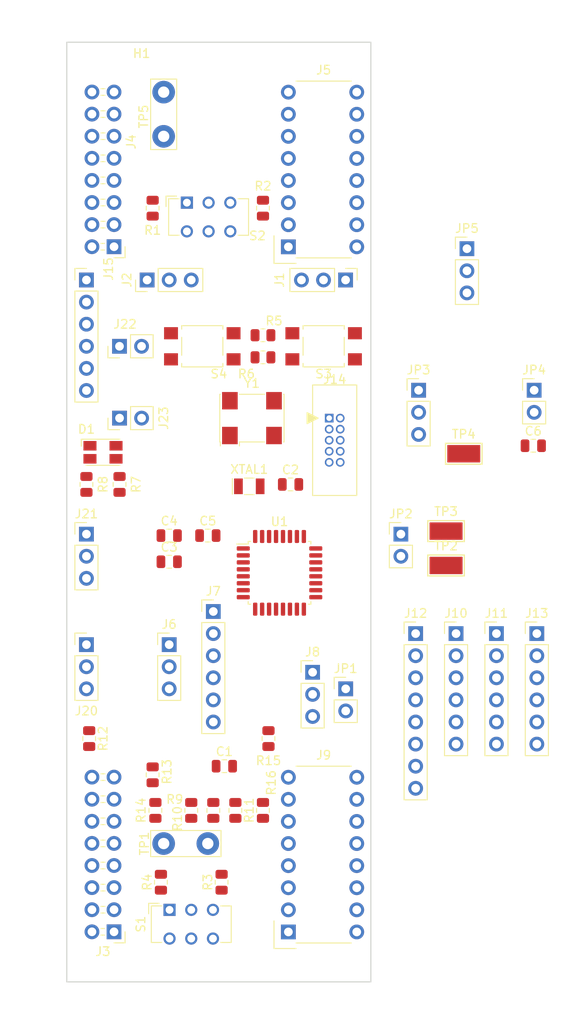
<source format=kicad_pcb>
(kicad_pcb (version 20211014) (generator pcbnew)
  (title_block (title "cbEval ATtiny412 & ATtiny1614") (rev "1.0.0"))
  (layers (0 "F.Cu" signal) (1 "In1.Cu" signal) (2 "In2.Cu" signal) (31 "B.Cu" signal) (34 "B.Paste" user) (35 "F.Paste" user) (36 "B.SilkS" user "B.Silkscreen") (37 "F.SilkS" user "F.Silkscreen") (38 "B.Mask" user) (39 "F.Mask" user) (44 "Edge.Cuts" user))
  (property "TITLE" "cbEval ATtiny")
  (property "VERSION" "V1.1.0")
  (net 0 "")
  (net 1 "VCC")
  (net 2 "GND")
  (net 3 "+5V")
  (net 4 "+3V3")
  (net 5 "+VDC")
  (net 6 "Net-(C1-Pad1)")
  (net 9 "-15V")
  (net 10 "+15V")
  (net 11 "Net-(JP1-Pad2)")
  (net 12 "Net-(R4-Pad1)")
  (net 13 "Net-(R9-Pad1)")
  (net 14 "Net-(R11-Pad2)")
  (net 15 "Net-(R12-Pad2)")
  (net 19 "Net-(D1-Pad4)")
  (net 20 "Net-(D1-Pad3)")
  (net 21 "Net-(J20-Pad1)")
  (net 22 "Net-(D1-Pad2)")
  (net 23 "Net-(D1-Pad1)")
  (net 24 "Net-(J21-Pad1)")
  (net 25 "Net-(J22-Pad1)")
  (net 26 "Net-(J22-Pad2)")
  (net 27 "/Busses/CAN-H")
  (net 28 "/Busses/CAN-L")
  (net 29 "/Busses/SPI-ADR0")
  (net 30 "/Busses/SPI-ADR1")
  (net 31 "/Busses/SPI-ADR2")
  (net 32 "/Busses/Reserved0")
  (net 33 "/Busses/Reserved1")
  (net 34 "/Busses/SPI-MTSR")
  (net 35 "/Busses/SPI-MRST")
  (net 36 "/Busses/SPI-CLK")
  (net 37 "/Busses/SPI-~{CE}")
  (net 38 "/Busses/One-Wire")
  (net 39 "/Busses/~{RESET}")
  (net 40 "/Busses/I2C-SDA")
  (net 41 "/Busses/I2C-SCL")
  (net 42 "Net-(U1-Pad12)")
  (net 43 "Net-(XTAL1-Pad1)")
  (net 44 "Net-(C4-Pad1)")
  (net 45 "Net-(JP3-Pad1)")
  (net 46 "Net-(C2-Pad1)")
  (net 47 "Net-(J10-Pad1)")
  (net 48 "Net-(J10-Pad2)")
  (net 49 "Net-(J10-Pad3)")
  (net 50 "Net-(J10-Pad4)")
  (net 51 "Net-(J10-Pad5)")
  (net 52 "Net-(J10-Pad6)")
  (net 53 "Net-(J11-Pad1)")
  (net 54 "Net-(J11-Pad2)")
  (net 55 "Net-(J11-Pad3)")
  (net 56 "Net-(J11-Pad4)")
  (net 57 "Net-(J11-Pad5)")
  (net 58 "Net-(J11-Pad6)")
  (net 59 "Net-(J12-Pad1)")
  (net 60 "Net-(J12-Pad2)")
  (net 61 "Net-(J12-Pad3)")
  (net 62 "Net-(J12-Pad4)")
  (net 63 "Net-(J12-Pad5)")
  (net 64 "Net-(J12-Pad7)")
  (net 65 "Net-(J12-Pad8)")
  (net 66 "Net-(J13-Pad1)")
  (net 67 "Net-(J13-Pad2)")
  (net 68 "Net-(J13-Pad3)")
  (net 69 "Net-(J13-Pad4)")
  (net 70 "Net-(J13-Pad5)")
  (net 71 "Net-(J13-Pad6)")
  (net 82 "Net-(JP3-Pad2)")
  (net 83 "Net-(JP4-Pad1)")
  (net 84 "Net-(Y1-Pad1)")
  (footprint "TestPoint:TestPoint_Keystone_5019_Minature" (layer "F.Cu") (at 174.245 94.265)
    (fp_text reference "TP4" (at 0 -2.25) (layer "F.SilkS"))
    (fp_text value "SMT5019")
    (pad "1" smd rect (at 0 0) (size 3.8 2) (layers "F.Cu" "F.Paste" "F.Mask") (net 82 "Net-(JP3-Pad2)"))
  )
  (footprint "BTech.Housing:Camdenboss.CIME.E.BE3500S.1x" (layer "F.Cu") (at 146.05 100.965)
    (fp_text reference "H1" (at -8.89 -52.705 unlocked) (layer "F.SilkS"))
    (fp_text value "CIME.E.BE3500S.1x")
    (fp_line (start -17.5 -54) (end 17.5 -54) (layer "Edge.Cuts") (width 0.12))
    (fp_line (start 17.5 -54) (end 17.5 54) (layer "Edge.Cuts") (width 0.12))
    (fp_line (start -17.5 54) (end -17.5 -54) (layer "Edge.Cuts") (width 0.12))
    (fp_line (start 17.5 54) (end -17.5 54) (layer "Edge.Cuts") (width 0.12))
  )
  (footprint "Resistor_SMD:R_0805_2012Metric" (layer "F.Cu") (at 130.81 97.79 90)
    (fp_text reference "R8" (at 0 1.905 90) (layer "F.SilkS"))
    (fp_text value "560R" hide)
    (pad "1" smd roundrect locked (at -0.9125 0 90) (size 1.025 1.4) (layers "F.Cu" "F.Paste" "F.Mask") (roundrect_rratio 0.243902439) (net 1 "VCC"))
    (pad "2" smd roundrect locked (at 0.9125 0 90) (size 1.025 1.4) (layers "F.Cu" "F.Paste" "F.Mask") (roundrect_rratio 0.243902439) (net 19 "Net-(D1-Pad4)"))
  )
  (footprint "Resistor_SMD:R_0805_2012Metric" (layer "F.Cu") (at 151.13 80.645)
    (fp_text reference "R5" (at 1.27 -1.65) (layer "F.SilkS"))
    (fp_text value "4k7" hide)
    (pad "1" smd roundrect locked (at -0.9125 0) (size 1.025 1.4) (layers "F.Cu" "F.Paste" "F.Mask") (roundrect_rratio 0.243902439) (net 1 "VCC"))
    (pad "2" smd roundrect locked (at 0.9125 0) (size 1.025 1.4) (layers "F.Cu" "F.Paste" "F.Mask") (roundrect_rratio 0.243902439) (net 25 "Net-(J22-Pad1)"))
  )
  (footprint "Resistor_SMD:R_0805_2012Metric" (layer "F.Cu") (at 138.7475 135.255 90)
    (fp_text reference "R14" (at 0 -1.65 90) (layer "F.SilkS"))
    (fp_text value "10k" hide)
    (pad "1" smd roundrect locked (at -0.9125 0 90) (size 1.025 1.4) (layers "F.Cu" "F.Paste" "F.Mask") (roundrect_rratio 0.243902439) (net 36 "/Busses/SPI-CLK"))
    (pad "2" smd roundrect locked (at 0.9125 0 90) (size 1.025 1.4) (layers "F.Cu" "F.Paste" "F.Mask") (roundrect_rratio 0.243902439) (net 2 "GND"))
  )
  (footprint "Connector_PinHeader_2.54mm:PinHeader_1x03_P2.54mm_Vertical" (layer "F.Cu") (at 160.64 74.295 -90)
    (fp_text reference "J1" (at 0 7.605 90) (layer "F.SilkS"))
    (fp_text value "Bergstik-II_3" hide)
    (pad "1" thru_hole rect locked (at 0 0 270) (size 1.7 1.7) (drill 1) (layers *.Cu *.Mask) (net 27 "/Busses/CAN-H"))
    (pad "2" thru_hole oval locked (at 0 2.54 270) (size 1.7 1.7) (drill 1) (layers *.Cu *.Mask) (net 2 "GND"))
    (pad "3" thru_hole oval locked (at 0 5.08 270) (size 1.7 1.7) (drill 1) (layers *.Cu *.Mask) (net 28 "/Busses/CAN-L"))
  )
  (footprint "Resistor_SMD:R_0805_2012Metric" (layer "F.Cu") (at 142.875 135.255 -90)
    (fp_text reference "R9" (at -1.27 1.905 180) (layer "F.SilkS"))
    (fp_text value "4k7" hide)
    (pad "1" smd roundrect locked (at -0.9125 0 270) (size 1.025 1.4) (layers "F.Cu" "F.Paste" "F.Mask") (roundrect_rratio 0.243902439) (net 13 "Net-(R9-Pad1)"))
    (pad "2" smd roundrect locked (at 0.9125 0 270) (size 1.025 1.4) (layers "F.Cu" "F.Paste" "F.Mask") (roundrect_rratio 0.243902439) (net 1 "VCC"))
  )
  (footprint "LED_SMD:LED_Avago_PLCC4_3.2x2.8mm_CW" (layer "F.Cu") (at 132.715 94.095)
    (fp_text reference "D1" (at -1.905 -2.65) (layer "F.SilkS"))
    (fp_text value "E682KRKGWT" hide)
    (pad "1" smd rect locked (at -1.5 -0.75) (size 1.5 1.1) (layers "F.Cu" "F.Paste" "F.Mask") (net 23 "Net-(D1-Pad1)"))
    (pad "2" smd rect locked (at 1.5 -0.75) (size 1.5 1.1) (layers "F.Cu" "F.Paste" "F.Mask") (net 22 "Net-(D1-Pad2)"))
    (pad "3" smd rect locked (at 1.5 0.75) (size 1.5 1.1) (layers "F.Cu" "F.Paste" "F.Mask") (net 20 "Net-(D1-Pad3)"))
    (pad "4" smd rect locked (at -1.5 0.75) (size 1.5 1.1) (layers "F.Cu" "F.Paste" "F.Mask") (net 19 "Net-(D1-Pad4)"))
  )
  (footprint "Connector_PinHeader_2.54mm:PinHeader_1x03_P2.54mm_Vertical" (layer "F.Cu") (at 130.81 103.505)
    (fp_text reference "J21" (at 0 -2.33) (layer "F.SilkS"))
    (fp_text value "Bergstik-II_3" hide)
    (pad "1" thru_hole rect locked (at 0 0) (size 1.7 1.7) (drill 1) (layers *.Cu *.Mask) (net 24 "Net-(J21-Pad1)"))
    (pad "2" thru_hole oval locked (at 0 2.54) (size 1.7 1.7) (drill 1) (layers *.Cu *.Mask) (net 24 "Net-(J21-Pad1)"))
    (pad "3" thru_hole oval locked (at 0 5.08) (size 1.7 1.7) (drill 1) (layers *.Cu *.Mask) (net 24 "Net-(J21-Pad1)"))
  )
  (footprint "Connector_PinHeader_2.54mm:PinHeader_1x03_P2.54mm_Vertical" (layer "F.Cu") (at 130.81 116.205)
    (fp_text reference "J20" (at 0 7.62 180) (layer "F.SilkS"))
    (fp_text value "Bergstik-II_3" hide)
    (pad "1" thru_hole rect locked (at 0 0) (size 1.7 1.7) (drill 1) (layers *.Cu *.Mask) (net 21 "Net-(J20-Pad1)"))
    (pad "2" thru_hole oval locked (at 0 2.54) (size 1.7 1.7) (drill 1) (layers *.Cu *.Mask) (net 21 "Net-(J20-Pad1)"))
    (pad "3" thru_hole oval locked (at 0 5.08) (size 1.7 1.7) (drill 1) (layers *.Cu *.Mask) (net 21 "Net-(J20-Pad1)"))
  )
  (footprint "Connector_PinHeader_2.54mm:PinHeader_1x03_P2.54mm_Vertical" (layer "F.Cu") (at 156.845 119.38)
    (fp_text reference "J8" (at 0 -2.33) (layer "F.SilkS"))
    (fp_text value "Bergstik-II_3")
    (pad "1" thru_hole rect (at 0 0) (size 1.7 1.7) (drill 1) (layers *.Cu *.Mask) (net 32 "/Busses/Reserved0"))
    (pad "2" thru_hole oval (at 0 2.54) (size 1.7 1.7) (drill 1) (layers *.Cu *.Mask) (net 2 "GND"))
    (pad "3" thru_hole oval (at 0 5.08) (size 1.7 1.7) (drill 1) (layers *.Cu *.Mask) (net 33 "/Busses/Reserved1"))
  )
  (footprint "Connector_PinHeader_2.54mm:PinHeader_1x06_P2.54mm_Vertical" (layer "F.Cu") (at 182.655 114.935)
    (fp_text reference "J13" (at 0 -2.33) (layer "F.SilkS"))
    (fp_text value "Bergstik-II_6")
    (pad "1" thru_hole rect (at 0 0) (size 1.7 1.7) (drill 1) (layers *.Cu *.Mask) (net 66 "Net-(J13-Pad1)"))
    (pad "2" thru_hole oval (at 0 2.54) (size 1.7 1.7) (drill 1) (layers *.Cu *.Mask) (net 67 "Net-(J13-Pad2)"))
    (pad "3" thru_hole oval (at 0 5.08) (size 1.7 1.7) (drill 1) (layers *.Cu *.Mask) (net 68 "Net-(J13-Pad3)"))
    (pad "4" thru_hole oval (at 0 7.62) (size 1.7 1.7) (drill 1) (layers *.Cu *.Mask) (net 69 "Net-(J13-Pad4)"))
    (pad "5" thru_hole oval (at 0 10.16) (size 1.7 1.7) (drill 1) (layers *.Cu *.Mask) (net 70 "Net-(J13-Pad5)"))
    (pad "6" thru_hole oval (at 0 12.7) (size 1.7 1.7) (drill 1) (layers *.Cu *.Mask) (net 71 "Net-(J13-Pad6)"))
  )
  (footprint "Connector_PinHeader_2.54mm:PinHeader_1x03_P2.54mm_Vertical" (layer "F.Cu") (at 174.61 70.6975)
    (fp_text reference "JP5" (at 0 -2.33) (layer "F.SilkS"))
    (fp_text value "Bergstik-II_3")
    (pad "1" thru_hole rect (at 0 0) (size 1.7 1.7) (drill 1) (layers *.Cu *.Mask) (net 1 "VCC"))
    (pad "2" thru_hole oval (at 0 2.54) (size 1.7 1.7) (drill 1) (layers *.Cu *.Mask) (net 84 "Net-(Y1-Pad1)"))
    (pad "3" thru_hole oval (at 0 5.08) (size 1.7 1.7) (drill 1) (layers *.Cu *.Mask) (net 2 "GND"))
  )
  (footprint "BTech.Connector.CNC-Tech:BoxHeader_2x05_P1.27mm_Vertical_3220-10-0100-00" (layer "F.Cu") (at 159.385 92.71)
    (fp_text reference "J14" (at 0 -6.985) (layer "F.SilkS"))
    (fp_text value "CNC-Tech 2x5")
    (pad "1" thru_hole rect (at -0.635 -2.54) (size 1 1) (drill 0.65) (layers *.Cu *.Mask))
    (pad "2" thru_hole oval (at 0.635 -2.54) (size 1 1) (drill 0.65) (layers *.Cu *.Mask))
    (pad "3" thru_hole oval (at -0.635 -1.27) (size 1 1) (drill 0.65) (layers *.Cu *.Mask))
    (pad "4" thru_hole oval (at 0.635 -1.27) (size 1 1) (drill 0.65) (layers *.Cu *.Mask))
    (pad "5" thru_hole oval (at -0.635 0) (size 1 1) (drill 0.65) (layers *.Cu *.Mask))
    (pad "6" thru_hole oval (at 0.635 0) (size 1 1) (drill 0.65) (layers *.Cu *.Mask))
    (pad "7" thru_hole oval (at -0.635 1.27) (size 1 1) (drill 0.65) (layers *.Cu *.Mask))
    (pad "8" thru_hole oval (at 0.635 1.27) (size 1 1) (drill 0.65) (layers *.Cu *.Mask))
    (pad "9" thru_hole oval (at -0.635 2.54) (size 1 1) (drill 0.65) (layers *.Cu *.Mask))
    (pad "10" thru_hole oval (at 0.635 2.54) (size 1 1) (drill 0.65) (layers *.Cu *.Mask))
  )
  (footprint "Button_Switch_THT:SW_CuK_JS202011CQN_DPDT_Straight" (layer "F.Cu") (at 142.3725 65.405)
    (fp_text reference "S2" (at 8.1225 3.81) (layer "F.SilkS"))
    (fp_text value "C&K-JS202011" hide)
    (pad "1" thru_hole rect locked (at 0 0) (size 1.4 1.4) (drill 0.9) (layers *.Cu *.Mask))
    (pad "2" thru_hole circle locked (at 2.5 0) (size 1.4 1.4) (drill 0.9) (layers *.Cu *.Mask) (net 40 "/Busses/I2C-SDA"))
    (pad "3" thru_hole circle locked (at 5 0) (size 1.4 1.4) (drill 0.9) (layers *.Cu *.Mask) (net 12 "Net-(R4-Pad1)"))
    (pad "4" thru_hole circle locked (at 0 3.3) (size 1.4 1.4) (drill 0.9) (layers *.Cu *.Mask))
    (pad "5" thru_hole circle locked (at 2.5 3.3) (size 1.4 1.4) (drill 0.9) (layers *.Cu *.Mask) (net 41 "/Busses/I2C-SCL"))
    (pad "6" thru_hole circle locked (at 5 3.3) (size 1.4 1.4) (drill 0.9) (layers *.Cu *.Mask) (net 13 "Net-(R9-Pad1)"))
  )
  (footprint "Crystal:Crystal_SMD_MicroCrystal_CC7V-T1A-2Pin_3.2x1.5mm" (layer "F.Cu") (at 149.555 98.01)
    (fp_text reference "XTAL1" (at 0 -1.95) (layer "F.SilkS"))
    (fp_text value "CC7VT1A.12P5")
    (pad "1" smd rect (at -1.25 0) (size 1 1.8) (layers "F.Cu" "F.Paste" "F.Mask") (net 43 "Net-(XTAL1-Pad1)"))
    (pad "2" smd rect (at 1.25 0) (size 1 1.8) (layers "F.Cu" "F.Paste" "F.Mask") (net 44 "Net-(C4-Pad1)"))
  )
  (footprint "Connector_PinHeader_2.54mm:PinHeader_1x03_P2.54mm_Vertical" (layer "F.Cu") (at 140.335 116.205)
    (fp_text reference "J6" (at 0 -2.33) (layer "F.SilkS"))
    (fp_text value "Bergstik-II_3")
    (pad "1" thru_hole rect (at 0 0) (size 1.7 1.7) (drill 1) (layers *.Cu *.Mask) (net 39 "/Busses/~{RESET}"))
    (pad "2" thru_hole oval (at 0 2.54) (size 1.7 1.7) (drill 1) (layers *.Cu *.Mask) (net 40 "/Busses/I2C-SDA"))
    (pad "3" thru_hole oval (at 0 5.08) (size 1.7 1.7) (drill 1) (layers *.Cu *.Mask) (net 41 "/Busses/I2C-SCL"))
  )
  (footprint "Resistor_SMD:R_0805_2012Metric" (layer "F.Cu") (at 134.62 97.79 90)
    (fp_text reference "R7" (at 0 1.905 90) (layer "F.SilkS"))
    (fp_text value "649R" hide)
    (pad "1" smd roundrect locked (at -0.9125 0 90) (size 1.025 1.4) (layers "F.Cu" "F.Paste" "F.Mask") (roundrect_rratio 0.243902439) (net 1 "VCC"))
    (pad "2" smd roundrect locked (at 0.9125 0 90) (size 1.025 1.4) (layers "F.Cu" "F.Paste" "F.Mask") (roundrect_rratio 0.243902439) (net 22 "Net-(D1-Pad2)"))
  )
  (footprint "Connector_PinHeader_2.54mm:PinHeader_1x08_P2.54mm_Vertical" (layer "F.Cu") (at 168.705 114.935)
    (fp_text reference "J12" (at 0 -2.33) (layer "F.SilkS"))
    (fp_text value "Bergstik-II_8")
    (pad "1" thru_hole rect (at 0 0) (size 1.7 1.7) (drill 1) (layers *.Cu *.Mask) (net 59 "Net-(J12-Pad1)"))
    (pad "2" thru_hole oval (at 0 2.54) (size 1.7 1.7) (drill 1) (layers *.Cu *.Mask) (net 60 "Net-(J12-Pad2)"))
    (pad "3" thru_hole oval (at 0 5.08) (size 1.7 1.7) (drill 1) (layers *.Cu *.Mask) (net 61 "Net-(J12-Pad3)"))
    (pad "4" thru_hole oval (at 0 7.62) (size 1.7 1.7) (drill 1) (layers *.Cu *.Mask) (net 62 "Net-(J12-Pad4)"))
    (pad "5" thru_hole oval (at 0 10.16) (size 1.7 1.7) (drill 1) (layers *.Cu *.Mask) (net 63 "Net-(J12-Pad5)"))
    (pad "6" thru_hole oval (at 0 12.7) (size 1.7 1.7) (drill 1) (layers *.Cu *.Mask) (net 42 "Net-(U1-Pad12)"))
    (pad "7" thru_hole oval (at 0 15.24) (size 1.7 1.7) (drill 1) (layers *.Cu *.Mask) (net 64 "Net-(J12-Pad7)"))
    (pad "8" thru_hole oval (at 0 17.78) (size 1.7 1.7) (drill 1) (layers *.Cu *.Mask) (net 65 "Net-(J12-Pad8)"))
  )
  (footprint "Connector_PinHeader_2.54mm:PinHeader_1x02_P2.54mm_Vertical" (layer "F.Cu") (at 160.655 121.285)
    (fp_text reference "JP1" (at 0 -2.33) (layer "F.SilkS"))
    (fp_text value "Bergstik-II_2")
    (pad "1" thru_hole rect (at 0 0) (size 1.7 1.7) (drill 1) (layers *.Cu *.Mask) (net 1 "VCC"))
    (pad "2" thru_hole oval (at 0 2.54) (size 1.7 1.7) (drill 1) (layers *.Cu *.Mask) (net 11 "Net-(JP1-Pad2)"))
  )
  (footprint "BTech.Connector.AMPMODU-ModII:Socket.Hor.2x5.6-5535512-4" (layer "F.Cu") (at 161.925 141.605)
    (fp_text reference "J9" (at -3.81 -12.7 unlocked) (layer "F.SilkS"))
    (fp_text value "Socket.Hor.2x8.1-5535512-8" hide)
    (pad "1" thru_hole rect (at -7.87 7.62) (size 1.7 1.7) (drill 1) (layers *.Cu *.Mask) (net 2 "GND"))
    (pad "2" thru_hole circle (at 0 7.62) (size 1.7 1.7) (drill 1) (layers *.Cu *.Mask) (net 2 "GND"))
    (pad "3" thru_hole circle (at -7.87 5.08) (size 1.7 1.7) (drill 1) (layers *.Cu *.Mask) (net 27 "/Busses/CAN-H"))
    (pad "4" thru_hole circle (at 0 5.08) (size 1.7 1.7) (drill 1) (layers *.Cu *.Mask) (net 28 "/Busses/CAN-L"))
    (pad "5" thru_hole circle (at -7.87 2.54) (size 1.7 1.7) (drill 1) (layers *.Cu *.Mask) (net 2 "GND"))
    (pad "6" thru_hole circle (at 0 2.54) (size 1.7 1.7) (drill 1) (layers *.Cu *.Mask) (net 2 "GND"))
    (pad "7" thru_hole circle (at -7.87 0) (size 1.7 1.7) (drill 1) (layers *.Cu *.Mask) (net 32 "/Busses/Reserved0"))
    (pad "8" thru_hole circle (at 0 0) (size 1.7 1.7) (drill 1) (layers *.Cu *.Mask) (net 33 "/Busses/Reserved1"))
    (pad "9" thru_hole circle (at -7.87 -2.54) (size 1.7 1.7) (drill 1) (layers *.Cu *.Mask) (net 34 "/Busses/SPI-MTSR"))
    (pad "10" thru_hole circle (at 0 -2.54) (size 1.7 1.7) (drill 1) (layers *.Cu *.Mask) (net 35 "/Busses/SPI-MRST"))
    (pad "11" thru_hole circle (at -7.869999 -5.08) (size 1.7 1.7) (drill 1) (layers *.Cu *.Mask) (net 36 "/Busses/SPI-CLK"))
    (pad "12" thru_hole circle (at 0 -5.08) (size 1.7 1.7) (drill 1) (layers *.Cu *.Mask) (net 37 "/Busses/SPI-~{CE}"))
    (pad "13" thru_hole circle (at -7.869999 -7.62) (size 1.7 1.7) (drill 1) (layers *.Cu *.Mask) (net 29 "/Busses/SPI-ADR0"))
    (pad "14" thru_hole circle (at 0 -7.62) (size 1.7 1.7) (drill 1) (layers *.Cu *.Mask) (net 30 "/Busses/SPI-ADR1"))
    (pad "15" thru_hole circle (at -7.869999 -10.16) (size 1.7 1.7) (drill 1) (layers *.Cu *.Mask) (net 31 "/Busses/SPI-ADR2"))
    (pad "16" thru_hole circle (at 0 -10.16) (size 1.7 1.7) (drill 1) (layers *.Cu *.Mask) (net 38 "/Busses/One-Wire"))
  )
  (footprint "Connector_PinHeader_2.54mm:PinHeader_1x06_P2.54mm_Vertical" (layer "F.Cu") (at 178.005 114.935)
    (fp_text reference "J11" (at 0 -2.33) (layer "F.SilkS"))
    (fp_text value "Bergstik-II_6")
    (pad "1" thru_hole rect (at 0 0) (size 1.7 1.7) (drill 1) (layers *.Cu *.Mask) (net 53 "Net-(J11-Pad1)"))
    (pad "2" thru_hole oval (at 0 2.54) (size 1.7 1.7) (drill 1) (layers *.Cu *.Mask) (net 54 "Net-(J11-Pad2)"))
    (pad "3" thru_hole oval (at 0 5.08) (size 1.7 1.7) (drill 1) (layers *.Cu *.Mask) (net 55 "Net-(J11-Pad3)"))
    (pad "4" thru_hole oval (at 0 7.62) (size 1.7 1.7) (drill 1) (layers *.Cu *.Mask) (net 56 "Net-(J11-Pad4)"))
    (pad "5" thru_hole oval (at 0 10.16) (size 1.7 1.7) (drill 1) (layers *.Cu *.Mask) (net 57 "Net-(J11-Pad5)"))
    (pad "6" thru_hole oval (at 0 12.7) (size 1.7 1.7) (drill 1) (layers *.Cu *.Mask) (net 58 "Net-(J11-Pad6)"))
  )
  (footprint "Resistor_SMD:R_0805_2012Metric" (layer "F.Cu") (at 151.13 135.255 90)
    (fp_text reference "R16" (at 3.175 0.9525 90) (layer "F.SilkS"))
    (fp_text value "10k" hide)
    (pad "1" smd roundrect locked (at -0.9125 0 90) (size 1.025 1.4) (layers "F.Cu" "F.Paste" "F.Mask") (roundrect_rratio 0.243902439) (net 1 "VCC"))
    (pad "2" smd roundrect locked (at 0.9125 0 90) (size 1.025 1.4) (layers "F.Cu" "F.Paste" "F.Mask") (roundrect_rratio 0.243902439) (net 37 "/Busses/SPI-~{CE}"))
  )
  (footprint "TestPoint:TestPoint_Bridge_Pitch5.08mm_Drill1.3mm" (layer "F.Cu") (at 139.7 139.065)
    (fp_text reference "TP1" (at -2.2225 0 90) (layer "F.SilkS"))
    (fp_text value "TAB1287" hide)
    (pad "1" thru_hole circle locked (at 0 0) (size 2.6 2.6) (drill 1.3) (layers *.Cu *.Mask) (net 2 "GND"))
    (pad "1" thru_hole circle locked (at 5.08 0) (size 2.6 2.6) (drill 1.3) (layers *.Cu *.Mask) (net 2 "GND"))
  )
  (footprint "Connector_PinHeader_2.54mm:PinHeader_1x06_P2.54mm_Vertical" (layer "F.Cu") (at 145.415 112.395)
    (fp_text reference "J7" (at 0 -2.33) (layer "F.SilkS"))
    (fp_text value "Bergstik-II_6" hide)
    (pad "1" thru_hole rect (at 0 0) (size 1.7 1.7) (drill 1) (layers *.Cu *.Mask) (net 34 "/Busses/SPI-MTSR"))
    (pad "2" thru_hole oval (at 0 2.54) (size 1.7 1.7) (drill 1) (layers *.Cu *.Mask) (net 35 "/Busses/SPI-MRST"))
    (pad "3" thru_hole oval (at 0 5.08) (size 1.7 1.7) (drill 1) (layers *.Cu *.Mask) (net 36 "/Busses/SPI-CLK"))
    (pad "4" thru_hole oval (at 0 7.62) (size 1.7 1.7) (drill 1) (layers *.Cu *.Mask) (net 37 "/Busses/SPI-~{CE}"))
    (pad "5" thru_hole oval (at 0 10.16) (size 1.7 1.7) (drill 1) (layers *.Cu *.Mask) (net 2 "GND"))
    (pad "6" thru_hole oval (at 0 12.7) (size 1.7 1.7) (drill 1) (layers *.Cu *.Mask) (net 38 "/Busses/One-Wire"))
  )
  (footprint "TestPoint:TestPoint_Bridge_Pitch5.08mm_Drill1.3mm" (layer "F.Cu") (at 139.7 52.705 -90)
    (fp_text reference "TP5" (at 2.8 2.3 -270) (layer "F.SilkS"))
    (fp_text value "TAB1287" hide)
    (pad "1" thru_hole circle locked (at 0 0 270) (size 2.6 2.6) (drill 1.3) (layers *.Cu *.Mask) (net 2 "GND"))
    (pad "1" thru_hole circle locked (at 5.08 0 270) (size 2.6 2.6) (drill 1.3) (layers *.Cu *.Mask) (net 2 "GND"))
  )
  (footprint "Resistor_SMD:R_0805_2012Metric" (layer "F.Cu") (at 146.3675 143.51 -90)
    (fp_text reference "R3" (at 0 1.5875 -270) (layer "F.SilkS"))
    (fp_text value "10k" hide)
    (pad "1" smd roundrect locked (at -0.9125 0 270) (size 1.025 1.4) (layers "F.Cu" "F.Paste" "F.Mask") (roundrect_rratio 0.243902439) (net 31 "/Busses/SPI-ADR2"))
    (pad "2" smd roundrect locked (at 0.9125 0 270) (size 1.025 1.4) (layers "F.Cu" "F.Paste" "F.Mask") (roundrect_rratio 0.243902439) (net 2 "GND"))
  )
  (footprint "Oscillator:Oscillator_SMD_Abracon_ASV-4Pin_7.0x5.1mm" (layer "F.Cu") (at 149.86 90.17)
    (fp_text reference "Y1" (at 0 -4) (layer "F.SilkS"))
    (fp_text value "16.000MHz")
    (pad "1" smd rect (at -2.54 2) (size 1.8 2) (layers "F.Cu" "F.Paste" "F.Mask") (net 84 "Net-(Y1-Pad1)"))
    (pad "2" smd rect (at 2.54 2) (size 1.8 2) (layers "F.Cu" "F.Paste" "F.Mask") (net 2 "GND"))
    (pad "3" smd rect (at 2.54 -2) (size 1.8 2) (layers "F.Cu" "F.Paste" "F.Mask") (net 45 "Net-(JP3-Pad1)"))
    (pad "4" smd rect (at -2.54 -2) (size 1.8 2) (layers "F.Cu" "F.Paste" "F.Mask") (net 1 "VCC"))
  )
  (footprint "Resistor_SMD:R_0805_2012Metric" (layer "F.Cu") (at 138.43 66.04 -90)
    (fp_text reference "R1" (at 2.54 0 180) (layer "F.SilkS"))
    (fp_text value "10k" hide)
    (pad "1" smd roundrect locked (at -0.9125 0 270) (size 1.025 1.4) (layers "F.Cu" "F.Paste" "F.Mask") (roundrect_rratio 0.243902439) (net 29 "/Busses/SPI-ADR0"))
    (pad "2" smd roundrect locked (at 0.9125 0 270) (size 1.025 1.4) (layers "F.Cu" "F.Paste" "F.Mask") (roundrect_rratio 0.243902439) (net 2 "GND"))
  )
  (footprint "BTech.PinHeader.2-54mm:PinHeader_2x08_P2.54mm_Horizontal" (layer "F.Cu") (at 133.985 149.21 180)
    (fp_text reference "J3" (at 1.27 -2.27 180) (layer "F.SilkS"))
    (fp_text value "Header.Hor.2x8.9-103326-0-08" hide)
    (pad "1" thru_hole rect (at 0 0 180) (size 1.7 1.7) (drill 1) (layers *.Cu *.Mask) (net 2 "GND"))
    (pad "2" thru_hole oval (at 2.54 0 180) (size 1.7 1.7) (drill 1) (layers *.Cu *.Mask) (net 2 "GND"))
    (pad "3" thru_hole oval (at 0 2.54 180) (size 1.7 1.7) (drill 1) (layers *.Cu *.Mask) (net 27 "/Busses/CAN-H"))
    (pad "4" thru_hole oval (at 2.54 2.54 180) (size 1.7 1.7) (drill 1) (layers *.Cu *.Mask) (net 28 "/Busses/CAN-L"))
    (pad "5" thru_hole oval (at 0 5.08 180) (size 1.7 1.7) (drill 1) (layers *.Cu *.Mask) (net 2 "GND"))
    (pad "6" thru_hole oval (at 2.54 5.08 180) (size 1.7 1.7) (drill 1) (layers *.Cu *.Mask) (net 2 "GND"))
    (pad "7" thru_hole oval (at 0 7.62 180) (size 1.7 1.7) (drill 1) (layers *.Cu *.Mask) (net 32 "/Busses/Reserved0"))
    (pad "8" thru_hole oval (at 2.54 7.62 180) (size 1.7 1.7) (drill 1) (layers *.Cu *.Mask) (net 33 "/Busses/Reserved1"))
    (pad "9" thru_hole oval (at 0 10.16 180) (size 1.7 1.7) (drill 1) (layers *.Cu *.Mask) (net 34 "/Busses/SPI-MTSR"))
    (pad "10" thru_hole oval (at 2.54 10.16 180) (size 1.7 1.7) (drill 1) (layers *.Cu *.Mask) (net 35 "/Busses/SPI-MRST"))
    (pad "11" thru_hole oval (at 0 12.7 180) (size 1.7 1.7) (drill 1) (layers *.Cu *.Mask) (net 36 "/Busses/SPI-CLK"))
    (pad "12" thru_hole oval (at 2.54 12.7 180) (size 1.7 1.7) (drill 1) (layers *.Cu *.Mask) (net 37 "/Busses/SPI-~{CE}"))
    (pad "13" thru_hole oval (at 0 15.24 180) (size 1.7 1.7) (drill 1) (layers *.Cu *.Mask) (net 29 "/Busses/SPI-ADR0"))
    (pad "14" thru_hole oval (at 2.54 15.24 180) (size 1.7 1.7) (drill 1) (layers *.Cu *.Mask) (net 30 "/Busses/SPI-ADR1"))
    (pad "15" thru_hole oval (at 0 17.78 180) (size 1.7 1.7) (drill 1) (layers *.Cu *.Mask) (net 31 "/Busses/SPI-ADR2"))
    (pad "16" thru_hole oval (at 2.54 17.78 180) (size 1.7 1.7) (drill 1) (layers *.Cu *.Mask) (net 38 "/Busses/One-Wire"))
  )
  (footprint "Resistor_SMD:R_0805_2012Metric" (layer "F.Cu") (at 131.1275 127 -90)
    (fp_text reference "R12" (at 0 -1.5875 90) (layer "F.SilkS"))
    (fp_text value "60R4" hide)
    (pad "1" smd roundrect locked (at -0.9125 0 270) (size 1.025 1.4) (layers "F.Cu" "F.Paste" "F.Mask") (roundrect_rratio 0.243902439) (net 6 "Net-(C1-Pad1)"))
    (pad "2" smd roundrect locked (at 0.9125 0 270) (size 1.025 1.4) (layers "F.Cu" "F.Paste" "F.Mask") (roundrect_rratio 0.243902439) (net 15 "Net-(R12-Pad2)"))
  )
  (footprint "Resistor_SMD:R_0805_2012Metric" (layer "F.Cu") (at 151.13 66.04 -90)
    (fp_text reference "R2" (at -2.54 0 180) (layer "F.SilkS"))
    (fp_text value "10k" hide)
    (pad "1" smd roundrect locked (at -0.9125 0 270) (size 1.025 1.4) (layers "F.Cu" "F.Paste" "F.Mask") (roundrect_rratio 0.243902439) (net 30 "/Busses/SPI-ADR1"))
    (pad "2" smd roundrect locked (at 0.9125 0 270) (size 1.025 1.4) (layers "F.Cu" "F.Paste" "F.Mask") (roundrect_rratio 0.243902439) (net 2 "GND"))
  )
  (footprint "BTech.PinHeader.2-54mm:PinHeader_2x08_P2.54mm_Horizontal" (layer "F.Cu") (at 133.985 70.47 180)
    (fp_text reference "J4" (at -1.97 12.05 270) (layer "F.SilkS"))
    (fp_text value "Header.Hor.2x8.9-103326-0-08" hide)
    (pad "1" thru_hole rect (at 0 0 180) (size 1.7 1.7) (drill 1) (layers *.Cu *.Mask) (net 1 "VCC"))
    (pad "2" thru_hole oval (at 2.54 0 180) (size 1.7 1.7) (drill 1) (layers *.Cu *.Mask) (net 1 "VCC"))
    (pad "3" thru_hole oval (at 0 2.54 180) (size 1.7 1.7) (drill 1) (layers *.Cu *.Mask) (net 4 "+3V3"))
    (pad "4" thru_hole oval (at 2.54 2.54 180) (size 1.7 1.7) (drill 1) (layers *.Cu *.Mask) (net 10 "+15V"))
    (pad "5" thru_hole oval (at 0 5.08 180) (size 1.7 1.7) (drill 1) (layers *.Cu *.Mask) (net 3 "+5V"))
    (pad "6" thru_hole oval (at 2.54 5.08 180) (size 1.7 1.7) (drill 1) (layers *.Cu *.Mask) (net 9 "-15V"))
    (pad "7" thru_hole oval (at 0 7.62 180) (size 1.7 1.7) (drill 1) (layers *.Cu *.Mask) (net 5 "+VDC"))
    (pad "8" thru_hole oval (at 2.54 7.62 180) (size 1.7 1.7) (drill 1) (layers *.Cu *.Mask) (net 39 "/Busses/~{RESET}"))
    (pad "9" thru_hole oval (at 0 10.16 180) (size 1.7 1.7) (drill 1) (layers *.Cu *.Mask) (net 40 "/Busses/I2C-SDA"))
    (pad "10" thru_hole oval (at 2.54 10.16 180) (size 1.7 1.7) (drill 1) (layers *.Cu *.Mask) (net 41 "/Busses/I2C-SCL"))
    (pad "11" thru_hole oval (at 0 12.7 180) (size 1.7 1.7) (drill 1) (layers *.Cu *.Mask) (net 2 "GND"))
    (pad "12" thru_hole oval (at 2.54 12.7 180) (size 1.7 1.7) (drill 1) (layers *.Cu *.Mask) (net 2 "GND"))
    (pad "13" thru_hole oval (at 0 15.24 180) (size 1.7 1.7) (drill 1) (layers *.Cu *.Mask) (net 2 "GND"))
    (pad "14" thru_hole oval (at 2.54 15.24 180) (size 1.7 1.7) (drill 1) (layers *.Cu *.Mask) (net 2 "GND"))
    (pad "15" thru_hole oval (at 0 17.78 180) (size 1.7 1.7) (drill 1) (layers *.Cu *.Mask) (net 2 "GND"))
    (pad "16" thru_hole oval (at 2.54 17.78 180) (size 1.7 1.7) (drill 1) (layers *.Cu *.Mask) (net 2 "GND"))
  )
  (footprint "Capacitor_SMD:C_0805_2012Metric" (layer "F.Cu") (at 182.245 93.345)
    (fp_text reference "C6" (at 0 -1.68) (layer "F.SilkS"))
    (fp_text value "100n")
    (pad "1" smd roundrect (at -0.95 0) (size 1 1.45) (layers "F.Cu" "F.Paste" "F.Mask") (net 1 "VCC"))
    (pad "2" smd roundrect (at 0.95 0) (size 1 1.45) (layers "F.Cu" "F.Paste" "F.Mask") (net 2 "GND"))
  )
  (footprint "TestPoint:TestPoint_Keystone_5019_Minature" (layer "F.Cu") (at 172.205 107.105)
    (fp_text reference "TP2" (at 0 -2.25) (layer "F.SilkS"))
    (fp_text value "SMT5019")
    (pad "1" smd rect (at 0 0) (size 3.8 2) (layers "F.Cu" "F.Paste" "F.Mask") (net 46 "Net-(C2-Pad1)"))
  )
  (footprint "Resistor_SMD:R_0805_2012Metric" (layer "F.Cu") (at 147.955 135.255 -90)
    (fp_text reference "R11" (at 0 -1.5875 90) (layer "F.SilkS"))
    (fp_text value "60R4" hide)
    (pad "1" smd roundrect locked (at -0.9125 0 270) (size 1.025 1.4) (layers "F.Cu" "F.Paste" "F.Mask") (roundrect_rratio 0.243902439) (net 6 "Net-(C1-Pad1)"))
    (pad "2" smd roundrect locked (at 0.9125 0 270) (size 1.025 1.4) (layers "F.Cu" "F.Paste" "F.Mask") (roundrect_rratio 0.243902439) (net 14 "Net-(R11-Pad2)"))
  )
  (footprint "Connector_PinHeader_2.54mm:PinHeader_1x02_P2.54mm_Vertical" (layer "F.Cu") (at 167.005 103.505)
    (fp_text reference "JP2" (at 0 -2.33) (layer "F.SilkS"))
    (fp_text value "Bergstik-II_2")
    (pad "1" thru_hole rect (at 0 0) (size 1.7 1.7) (drill 1) (layers *.Cu *.Mask) (net 46 "Net-(C2-Pad1)"))
    (pad "2" thru_hole oval (at 0 2.54) (size 1.7 1.7) (drill 1) (layers *.Cu *.Mask) (net 1 "VCC"))
  )
  (footprint "Connector_PinHeader_2.54mm:PinHeader_1x06_P2.54mm_Vertical" (layer "F.Cu") (at 173.355 114.935)
    (fp_text reference "J10" (at 0 -2.33) (layer "F.SilkS"))
    (fp_text value "Bergstik-II_6")
    (pad "1" thru_hole rect (at 0 0) (size 1.7 1.7) (drill 1) (layers *.Cu *.Mask) (net 47 "Net-(J10-Pad1)"))
    (pad "2" thru_hole oval (at 0 2.54) (size 1.7 1.7) (drill 1) (layers *.Cu *.Mask) (net 48 "Net-(J10-Pad2)"))
    (pad "3" thru_hole oval (at 0 5.08) (size 1.7 1.7) (drill 1) (layers *.Cu *.Mask) (net 49 "Net-(J10-Pad3)"))
    (pad "4" thru_hole oval (at 0 7.62) (size 1.7 1.7) (drill 1) (layers *.Cu *.Mask) (net 50 "Net-(J10-Pad4)"))
    (pad "5" thru_hole oval (at 0 10.16) (size 1.7 1.7) (drill 1) (layers *.Cu *.Mask) (net 51 "Net-(J10-Pad5)"))
    (pad "6" thru_hole oval (at 0 12.7) (size 1.7 1.7) (drill 1) (layers *.Cu *.Mask) (net 52 "Net-(J10-Pad6)"))
  )
  (footprint "Resistor_SMD:R_0805_2012Metric" (layer "F.Cu") (at 138.43 131.1675 -90)
    (fp_text reference "R13" (at -0.3575 -1.65 90) (layer "F.SilkS"))
    (fp_text value "10k" hide)
    (pad "1" smd roundrect locked (at -0.9125 0 270) (size 1.025 1.4) (layers "F.Cu" "F.Paste" "F.Mask") (roundrect_rratio 0.243902439) (net 35 "/Busses/SPI-MRST"))
    (pad "2" smd roundrect locked (at 0.9125 0 270) (size 1.025 1.4) (layers "F.Cu" "F.Paste" "F.Mask") (roundrect_rratio 0.243902439) (net 2 "GND"))
  )
  (footprint "Resistor_SMD:R_0805_2012Metric" (layer "F.Cu") (at 151.13 83.185 180)
    (fp_text reference "R6" (at 1.905 -1.905) (layer "F.SilkS"))
    (fp_text value "4k7" hide)
    (pad "1" smd roundrect locked (at -0.9125 0 180) (size 1.025 1.4) (layers "F.Cu" "F.Paste" "F.Mask") (roundrect_rratio 0.243902439) (net 1 "VCC"))
    (pad "2" smd roundrect locked (at 0.9125 0 180) (size 1.025 1.4) (layers "F.Cu" "F.Paste" "F.Mask") (roundrect_rratio 0.243902439) (net 26 "Net-(J22-Pad2)"))
  )
  (footprint "Resistor_SMD:R_0805_2012Metric" (layer "F.Cu") (at 139.3825 143.51 -90)
    (fp_text reference "R4" (at 0 1.5875 90) (layer "F.SilkS"))
    (fp_text value "4k7" hide)
    (pad "1" smd roundrect locked (at -0.9125 0 270) (size 1.025 1.4) (layers "F.Cu" "F.Paste" "F.Mask") (roundrect_rratio 0.243902439) (net 12 "Net-(R4-Pad1)"))
    (pad "2" smd roundrect locked (at 0.9125 0 270) (size 1.025 1.4) (layers "F.Cu" "F.Paste" "F.Mask") (roundrect_rratio 0.243902439) (net 1 "VCC"))
  )
  (footprint "Connector_PinHeader_2.54mm:PinHeader_1x03_P2.54mm_Vertical" (layer "F.Cu") (at 137.795 74.295 90)
    (fp_text reference "J2" (at 0 -2.33 90) (layer "F.SilkS"))
    (fp_text value "Bergstik-II_3")
    (pad "1" thru_hole rect (at 0 0 90) (size 1.7 1.7) (drill 1) (layers *.Cu *.Mask) (net 29 "/Busses/SPI-ADR0"))
    (pad "2" thru_hole oval (at 0 2.54 90) (size 1.7 1.7) (drill 1) (layers *.Cu *.Mask) (net 30 "/Busses/SPI-ADR1"))
    (pad "3" thru_hole oval (at 0 5.08 90) (size 1.7 1.7) (drill 1) (layers *.Cu *.Mask) (net 31 "/Busses/SPI-ADR2"))
  )
  (footprint "Package_QFP:LQFP-32_7x7mm_P0.8mm" (layer "F.Cu") (at 153.035 107.95)
    (fp_text reference "U1" (at 0 -5.88) (layer "F.SilkS"))
    (fp_text value "STM32G0B1KET6")
    (pad "1" smd roundrect (at -4.175 -2.8) (size 1.5 0.5) (layers "F.Cu" "F.Paste" "F.Mask") (net 56 "Net-(J11-Pad4)"))
    (pad "2" smd roundrect (at -4.175 -2) (size 1.5 0.5) (layers "F.Cu" "F.Paste" "F.Mask") (net 82 "Net-(JP3-Pad2)"))
    (pad "3" smd roundrect (at -4.175 -1.2) (size 1.5 0.5) (layers "F.Cu" "F.Paste" "F.Mask") (net 83 "Net-(JP4-Pad1)"))
    (pad "4" smd roundrect (at -4.175 -0.4) (size 1.5 0.5) (layers "F.Cu" "F.Paste" "F.Mask") (net 46 "Net-(C2-Pad1)"))
    (pad "5" smd roundrect (at -4.175 0.4) (size 1.5 0.5) (layers "F.Cu" "F.Paste" "F.Mask") (net 2 "GND"))
    (pad "6" smd roundrect (at -4.175 1.2) (size 1.5 0.5) (layers "F.Cu" "F.Paste" "F.Mask"))
    (pad "7" smd roundrect (at -4.175 2) (size 1.5 0.5) (layers "F.Cu" "F.Paste" "F.Mask") (net 59 "Net-(J12-Pad1)"))
    (pad "8" smd roundrect (at -4.175 2.8) (size 1.5 0.5) (layers "F.Cu" "F.Paste" "F.Mask") (net 60 "Net-(J12-Pad2)"))
    (pad "9" smd roundrect (at -2.8 4.175) (size 0.5 1.5) (layers "F.Cu" "F.Paste" "F.Mask") (net 61 "Net-(J12-Pad3)"))
    (pad "10" smd roundrect (at -2 4.175) (size 0.5 1.5) (layers "F.Cu" "F.Paste" "F.Mask") (net 62 "Net-(J12-Pad4)"))
    (pad "11" smd roundrect (at -1.2 4.175) (size 0.5 1.5) (layers "F.Cu" "F.Paste" "F.Mask") (net 63 "Net-(J12-Pad5)"))
    (pad "12" smd roundrect (at -0.4 4.175) (size 0.5 1.5) (layers "F.Cu" "F.Paste" "F.Mask") (net 42 "Net-(U1-Pad12)"))
    (pad "13" smd roundrect (at 0.4 4.175) (size 0.5 1.5) (layers "F.Cu" "F.Paste" "F.Mask") (net 64 "Net-(J12-Pad7)"))
    (pad "14" smd roundrect (at 1.2 4.175) (size 0.5 1.5) (layers "F.Cu" "F.Paste" "F.Mask") (net 65 "Net-(J12-Pad8)"))
    (pad "15" smd roundrect (at 2 4.175) (size 0.5 1.5) (layers "F.Cu" "F.Paste" "F.Mask") (net 57 "Net-(J11-Pad5)"))
    (pad "16" smd roundrect (at 2.8 4.175) (size 0.5 1.5) (layers "F.Cu" "F.Paste" "F.Mask") (net 58 "Net-(J11-Pad6)"))
    (pad "17" smd roundrect (at 4.175 2.8) (size 1.5 0.5) (layers "F.Cu" "F.Paste" "F.Mask") (net 71 "Net-(J13-Pad6)"))
    (pad "18" smd roundrect (at 4.175 2) (size 1.5 0.5) (layers "F.Cu" "F.Paste" "F.Mask") (net 66 "Net-(J13-Pad1)"))
    (pad "19" smd roundrect (at 4.175 1.2) (size 1.5 0.5) (layers "F.Cu" "F.Paste" "F.Mask") (net 67 "Net-(J13-Pad2)"))
    (pad "20" smd roundrect (at 4.175 0.4) (size 1.5 0.5) (layers "F.Cu" "F.Paste" "F.Mask"))
    (pad "21" smd roundrect (at 4.175 -0.4) (size 1.5 0.5) (layers "F.Cu" "F.Paste" "F.Mask") (net 68 "Net-(J13-Pad3)"))
    (pad "22" smd roundrect (at 4.175 -1.2) (size 1.5 0.5) (layers "F.Cu" "F.Paste" "F.Mask") (net 69 "Net-(J13-Pad4)"))
    (pad "23" smd roundrect (at 4.175 -2) (size 1.5 0.5) (layers "F.Cu" "F.Paste" "F.Mask") (net 70 "Net-(J13-Pad5)"))
    (pad "24" smd roundrect (at 4.175 -2.8) (size 1.5 0.5) (layers "F.Cu" "F.Paste" "F.Mask") (net 47 "Net-(J10-Pad1)"))
    (pad "25" smd roundrect (at 2.8 -4.175) (size 0.5 1.5) (layers "F.Cu" "F.Paste" "F.Mask") (net 48 "Net-(J10-Pad2)"))
    (pad "26" smd roundrect (at 2 -4.175) (size 0.5 1.5) (layers "F.Cu" "F.Paste" "F.Mask") (net 49 "Net-(J10-Pad3)"))
    (pad "27" smd roundrect (at 1.2 -4.175) (size 0.5 1.5) (layers "F.Cu" "F.Paste" "F.Mask") (net 50 "Net-(J10-Pad4)"))
    (pad "28" smd roundrect (at 0.4 -4.175) (size 0.5 1.5) (layers "F.Cu" "F.Paste" "F.Mask") (net 51 "Net-(J10-Pad5)"))
    (pad "29" smd roundrect (at -0.4 -4.175) (size 0.5 1.5) (layers "F.Cu" "F.Paste" "F.Mask") (net 52 "Net-(J10-Pad6)"))
    (pad "30" smd roundrect (at -1.2 -4.175) (size 0.5 1.5) (layers "F.Cu" "F.Paste" "F.Mask") (net 53 "Net-(J11-Pad1)"))
    (pad "31" smd roundrect (at -2 -4.175) (size 0.5 1.5) (layers "F.Cu" "F.Paste" "F.Mask") (net 54 "Net-(J11-Pad2)"))
    (pad "32" smd roundrect (at -2.8 -4.175) (size 0.5 1.5) (layers "F.Cu" "F.Paste" "F.Mask") (net 55 "Net-(J11-Pad3)"))
  )
  (footprint "Capacitor_SMD:C_0805_2012Metric" (layer "F.Cu") (at 144.785 103.67)
    (fp_text reference "C5" (at 0 -1.68) (layer "F.SilkS"))
    (fp_text value "4µ7")
    (pad "1" smd roundrect (at -0.95 0) (size 1 1.45) (layers "F.Cu" "F.Paste" "F.Mask") (net 46 "Net-(C2-Pad1)"))
    (pad "2" smd roundrect (at 0.95 0) (size 1 1.45) (layers "F.Cu" "F.Paste" "F.Mask") (net 2 "GND"))
  )
  (footprint "Connector_PinHeader_2.54mm:PinHeader_1x02_P2.54mm_Vertical" (layer "F.Cu") (at 134.615 81.915 90)
    (fp_text reference "J22" (at 2.54 0.64 180) (layer "F.SilkS"))
    (fp_text value "Bergstik-II_2" hide)
    (pad "1" thru_hole rect locked (at 0 0 90) (size 1.7 1.7) (drill 1) (layers *.Cu *.Mask) (net 25 "Net-(J22-Pad1)"))
    (pad "2" thru_hole oval locked (at 0 2.54 90) (size 1.7 1.7) (drill 1) (layers *.Cu *.Mask) (net 26 "Net-(J22-Pad2)"))
  )
  (footprint "Connector_PinHeader_2.54mm:PinHeader_1x02_P2.54mm_Vertical" (layer "F.Cu") (at 182.345 86.965)
    (fp_text reference "JP4" (at 0 -2.33) (layer "F.SilkS"))
    (fp_text value "Bergstik-II_2")
    (pad "1" thru_hole rect (at 0 0) (size 1.7 1.7) (drill 1) (layers *.Cu *.Mask) (net 83 "Net-(JP4-Pad1)"))
    (pad "2" thru_hole oval (at 0 2.54) (size 1.7 1.7) (drill 1) (layers *.Cu *.Mask) (net 44 "Net-(C4-Pad1)"))
  )
  (footprint "BTech.Connector.AMPMODU-ModII:Socket.Hor.2x5.6-5535512-4" (layer "F.Cu") (at 161.925 62.865)
    (fp_text reference "J5" (at -3.81 -12.7 unlocked) (layer "F.SilkS"))
    (fp_text value "Socket.Hor.2x8.1-5535512-8" hide)
    (pad "1" thru_hole rect (at -7.87 7.62) (size 1.7 1.7) (drill 1) (layers *.Cu *.Mask) (net 1 "VCC"))
    (pad "2" thru_hole circle (at 0 7.62) (size 1.7 1.7) (drill 1) (layers *.Cu *.Mask) (net 1 "VCC"))
    (pad "3" thru_hole circle (at -7.87 5.08) (size 1.7 1.7) (drill 1) (layers *.Cu *.Mask) (net 4 "+3V3"))
    (pad "4" thru_hole circle (at 0 5.08) (size 1.7 1.7) (drill 1) (layers *.Cu *.Mask) (net 10 "+15V"))
    (pad "5" thru_hole circle (at -7.87 2.54) (size 1.7 1.7) (drill 1) (layers *.Cu *.Mask) (net 3 "+5V"))
    (pad "6" thru_hole circle (at 0 2.54) (size 1.7 1.7) (drill 1) (layers *.Cu *.Mask) (net 9 "-15V"))
    (pad "7" thru_hole circle (at -7.87 0) (size 1.7 1.7) (drill 1) (layers *.Cu *.Mask) (net 5 "+VDC"))
    (pad "8" thru_hole circle (at 0 0) (size 1.7 1.7) (drill 1) (layers *.Cu *.Mask) (net 39 "/Busses/~{RESET}"))
    (pad "9" thru_hole circle (at -7.87 -2.54) (size 1.7 1.7) (drill 1) (layers *.Cu *.Mask) (net 40 "/Busses/I2C-SDA"))
    (pad "10" thru_hole circle (at 0 -2.54) (size 1.7 1.7) (drill 1) (layers *.Cu *.Mask) (net 41 "/Busses/I2C-SCL"))
    (pad "11" thru_hole circle (at -7.869999 -5.08) (size 1.7 1.7) (drill 1) (layers *.Cu *.Mask) (net 2 "GND"))
    (pad "12" thru_hole circle (at 0 -5.08) (size 1.7 1.7) (drill 1) (layers *.Cu *.Mask) (net 2 "GND"))
    (pad "13" thru_hole circle (at -7.869999 -7.62) (size 1.7 1.7) (drill 1) (layers *.Cu *.Mask) (net 2 "GND"))
    (pad "14" thru_hole circle (at 0 -7.62) (size 1.7 1.7) (drill 1) (layers *.Cu *.Mask) (net 2 "GND"))
    (pad "15" thru_hole circle (at -7.869999 -10.16) (size 1.7 1.7) (drill 1) (layers *.Cu *.Mask) (net 2 "GND"))
    (pad "16" thru_hole circle (at 0 -10.16) (size 1.7 1.7) (drill 1) (layers *.Cu *.Mask) (net 2 "GND"))
  )
  (footprint "TestPoint:TestPoint_Keystone_5019_Minature" (layer "F.Cu") (at 172.205 103.155)
    (fp_text reference "TP3" (at 0 -2.25) (layer "F.SilkS"))
    (fp_text value "SMT5019")
    (pad "1" smd rect (at 0 0) (size 3.8 2) (layers "F.Cu" "F.Paste" "F.Mask") (net 1 "VCC"))
  )
  (footprint "Connector_PinHeader_2.54mm:PinHeader_1x03_P2.54mm_Vertical" (layer "F.Cu") (at 169.045 86.965)
    (fp_text reference "JP3" (at 0 -2.33) (layer "F.SilkS"))
    (fp_text value "Bergstik-II_3")
    (pad "1" thru_hole rect (at 0 0) (size 1.7 1.7) (drill 1) (layers *.Cu *.Mask) (net 45 "Net-(JP3-Pad1)"))
    (pad "2" thru_hole oval (at 0 2.54) (size 1.7 1.7) (drill 1) (layers *.Cu *.Mask) (net 82 "Net-(JP3-Pad2)"))
    (pad "3" thru_hole oval (at 0 5.08) (size 1.7 1.7) (drill 1) (layers *.Cu *.Mask) (net 43 "Net-(XTAL1-Pad1)"))
  )
  (footprint "Button_Switch_SMD:SW_SPST_TL3305A" (layer "F.Cu") (at 158.115 81.915)
    (fp_text reference "S3" (at 0 3.175) (layer "F.SilkS"))
    (fp_text value "TL3305A" hide)
    (pad "1" smd rect locked (at 3.6 -1.5) (size 1.6 1.4) (layers "F.Cu" "F.Paste" "F.Mask") (net 25 "Net-(J22-Pad1)"))
    (pad "1" smd rect locked (at -3.6 -1.5) (size 1.6 1.4) (layers "F.Cu" "F.Paste" "F.Mask") (net 25 "Net-(J22-Pad1)"))
    (pad "2" smd rect locked (at -3.6 1.5) (size 1.6 1.4) (layers "F.Cu" "F.Paste" "F.Mask") (net 2 "GND"))
    (pad "2" smd rect locked (at 3.6 1.5) (size 1.6 1.4) (layers "F.Cu" "F.Paste" "F.Mask") (net 2 "GND"))
  )
  (footprint "Capacitor_SMD:C_0805_2012Metric" (layer "F.Cu") (at 146.685 130.175)
    (fp_text reference "C1" (at 0 -1.68) (layer "F.SilkS"))
    (fp_text value "4n7" hide)
    (pad "1" smd roundrect (at -0.95 0) (size 1 1.45) (layers "F.Cu" "F.Paste" "F.Mask") (net 6 "Net-(C1-Pad1)"))
    (pad "2" smd roundrect (at 0.95 0) (size 1 1.45) (layers "F.Cu" "F.Paste" "F.Mask") (net 2 "GND"))
  )
  (footprint "Button_Switch_THT:SW_CuK_JS202011CQN_DPDT_Straight" (layer "F.Cu") (at 140.375 146.685)
    (fp_text reference "S1" (at -3.3075 1.65 90) (layer "F.SilkS"))
    (fp_text value "C&K-JS202011" hide)
    (pad "1" thru_hole rect locked (at 0 0) (size 1.4 1.4) (drill 0.9) (layers *.Cu *.Mask))
    (pad "2" thru_hole circle locked (at 2.5 0) (size 1.4 1.4) (drill 0.9) (layers *.Cu *.Mask) (net 27 "/Busses/CAN-H"))
    (pad "3" thru_hole circle locked (at 5 0) (size 1.4 1.4) (drill 0.9) (layers *.Cu *.Mask) (net 14 "Net-(R11-Pad2)"))
    (pad "4" thru_hole circle locked (at 0 3.3) (size 1.4 1.4) (drill 0.9) (layers *.Cu *.Mask))
    (pad "5" thru_hole circle locked (at 2.5 3.3) (size 1.4 1.4) (drill 0.9) (layers *.Cu *.Mask) (net 28 "/Busses/CAN-L"))
    (pad "6" thru_hole circle locked (at 5 3.3) (size 1.4 1.4) (drill 0.9) (layers *.Cu *.Mask) (net 15 "Net-(R12-Pad2)"))
  )
  (footprint "Capacitor_SMD:C_0805_2012Metric" (layer "F.Cu") (at 140.335 103.67)
    (fp_text reference "C4" (at 0 -1.68) (layer "F.SilkS"))
    (fp_text value "10p")
    (pad "1" smd roundrect (at -0.95 0) (size 1 1.45) (layers "F.Cu" "F.Paste" "F.Mask") (net 44 "Net-(C4-Pad1)"))
    (pad "2" smd roundrect (at 0.95 0) (size 1 1.45) (layers "F.Cu" "F.Paste" "F.Mask") (net 2 "GND"))
  )
  (footprint "Button_Switch_SMD:SW_SPST_TL3305A" (layer "F.Cu") (at 144.145 81.915)
    (fp_text reference "S4" (at 1.905 3.175) (layer "F.SilkS"))
    (fp_text value "TL3305A" hide)
    (pad "1" smd rect locked (at 3.6 -1.5) (size 1.6 1.4) (layers "F.Cu" "F.Paste" "F.Mask") (net 26 "Net-(J22-Pad2)"))
    (pad "1" smd rect locked (at -3.6 -1.5) (size 1.6 1.4) (layers "F.Cu" "F.Paste" "F.Mask") (net 26 "Net-(J22-Pad2)"))
    (pad "2" smd rect locked (at 3.6 1.5) (size 1.6 1.4) (layers "F.Cu" "F.Paste" "F.Mask") (net 2 "GND"))
    (pad "2" smd rect locked (at -3.6 1.5) (size 1.6 1.4) (layers "F.Cu" "F.Paste" "F.Mask") (net 2 "GND"))
  )
  (footprint "Connector_PinHeader_2.54mm:PinHeader_1x06_P2.54mm_Vertical" (layer "F.Cu") (at 130.81 74.295)
    (fp_text reference "J15" (at 2.54 -1.27 90) (layer "F.SilkS"))
    (fp_text value "Bergstik-II_6" hide)
    (pad "1" thru_hole rect locked (at 0 0) (size 1.7 1.7) (drill 1) (layers *.Cu *.Mask) (net 2 "GND"))
    (pad "2" thru_hole oval locked (at 0 2.54) (size 1.7 1.7) (drill 1) (layers *.Cu *.Mask) (net 2 "GND"))
    (pad "3" thru_hole oval locked (at 0 5.08) (size 1.7 1.7) (drill 1) (layers *.Cu *.Mask) (net 2 "GND"))
    (pad "4" thru_hole oval locked (at 0 7.62) (size 1.7 1.7) (drill 1) (layers *.Cu *.Mask) (net 2 "GND"))
    (pad "5" thru_hole oval locked (at 0 10.16) (size 1.7 1.7) (drill 1) (layers *.Cu *.Mask) (net 2 "GND"))
    (pad "6" thru_hole oval locked (at 0 12.7) (size 1.7 1.7) (drill 1) (layers *.Cu *.Mask) (net 2 "GND"))
  )
  (footprint "Resistor_SMD:R_0805_2012Metric" (layer "F.Cu") (at 151.765 127 -90)
    (fp_text reference "R15" (at 2.54 0 180) (layer "F.SilkS"))
    (fp_text value "4k7" hide)
    (pad "1" smd roundrect locked (at -0.9125 0 270) (size 1.025 1.4) (layers "F.Cu" "F.Paste" "F.Mask") (roundrect_rratio 0.243902439) (net 11 "Net-(JP1-Pad2)"))
    (pad "2" smd roundrect locked (at 0.9125 0 270) (size 1.025 1.4) (layers "F.Cu" "F.Paste" "F.Mask") (roundrect_rratio 0.243902439) (net 38 "/Busses/One-Wire"))
  )
  (footprint "Capacitor_SMD:C_0805_2012Metric" (layer "F.Cu") (at 140.335 106.68)
    (fp_text reference "C3" (at 0 -1.68) (layer "F.SilkS"))
    (fp_text value "10p")
    (pad "1" smd roundrect (at -0.95 0) (size 1 1.45) (layers "F.Cu" "F.Paste" "F.Mask") (net 43 "Net-(XTAL1-Pad1)"))
    (pad "2" smd roundrect (at 0.95 0) (size 1 1.45) (layers "F.Cu" "F.Paste" "F.Mask") (net 2 "GND"))
  )
  (footprint "Capacitor_SMD:C_0805_2012Metric" (layer "F.Cu") (at 154.305 97.79)
    (fp_text reference "C2" (at 0 -1.68) (layer "F.SilkS"))
    (fp_text value "100n")
    (pad "1" smd roundrect (at -0.95 0) (size 1 1.45) (layers "F.Cu" "F.Paste" "F.Mask") (net 46 "Net-(C2-Pad1)"))
    (pad "2" smd roundrect (at 0.95 0) (size 1 1.45) (layers "F.Cu" "F.Paste" "F.Mask") (net 2 "GND"))
  )
  (footprint "Resistor_SMD:R_0805_2012Metric" (layer "F.Cu") (at 145.415 135.255 -90)
    (fp_text reference "R10" (at 0.9525 4.1275 90) (layer "F.SilkS"))
    (fp_text value "10k" hide)
    (pad "1" smd roundrect locked (at -0.9125 0 270) (size 1.025 1.4) (layers "F.Cu" "F.Paste" "F.Mask") (roundrect_rratio 0.243902439) (net 34 "/Busses/SPI-MTSR"))
    (pad "2" smd roundrect locked (at 0.9125 0 270) (size 1.025 1.4) (layers "F.Cu" "F.Paste" "F.Mask") (roundrect_rratio 0.243902439) (net 2 "GND"))
  )
  (footprint "Connector_PinHeader_2.54mm:PinHeader_1x02_P2.54mm_Vertical" (layer "F.Cu") (at 134.62 90.17 90)
    (fp_text reference "J23" (at 0 5.08 90) (layer "F.SilkS"))
    (fp_text value "Bergstik-II_2" hide)
    (pad "1" thru_hole rect locked (at 0 0 90) (size 1.7 1.7) (drill 1) (layers *.Cu *.Mask) (net 23 "Net-(D1-Pad1)"))
    (pad "2" thru_hole oval locked (at 0 2.54 90) (size 1.7 1.7) (drill 1) (layers *.Cu *.Mask) (net 20 "Net-(D1-Pad3)"))
  )
)
</source>
